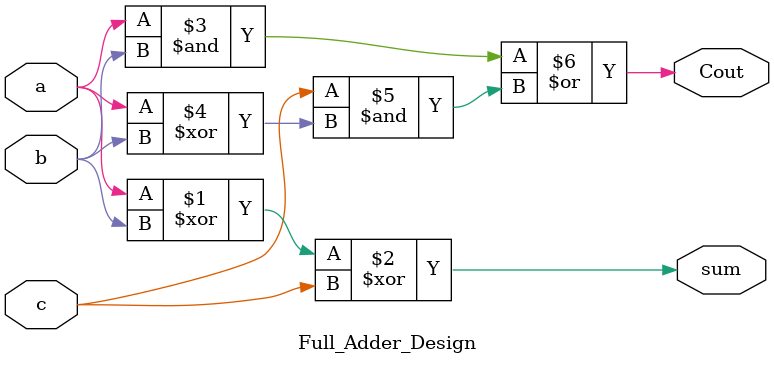
<source format=v>
module Full_Adder_Design(
    input a,b,c,
    output Cout, sum
    );
    
    assign sum = a^b^c;
    assign Cout = (a&b) | (c&(a^b));
    
endmodule
</source>
